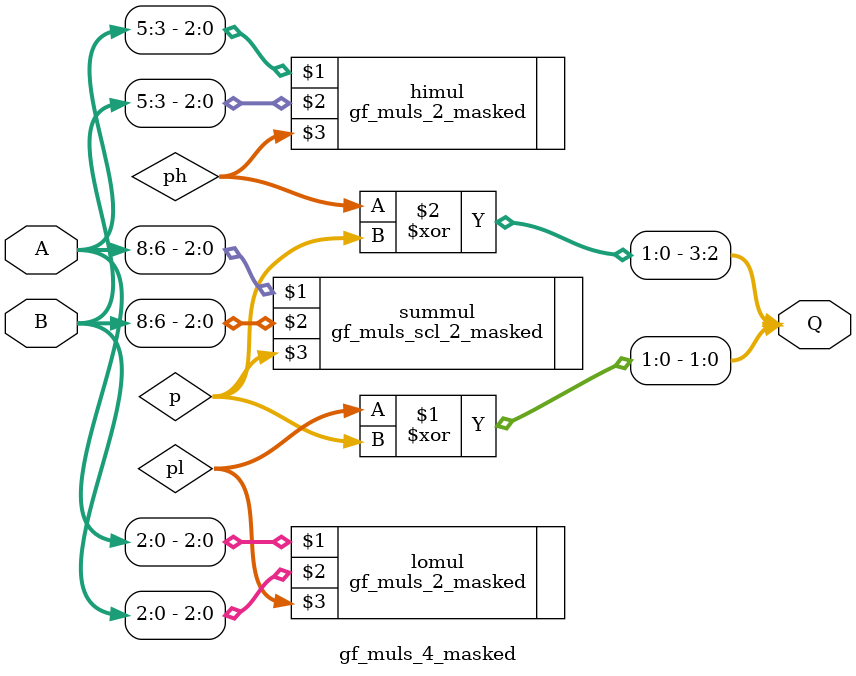
<source format=v>

module gf_muls_4_masked (
        input   wire    [8:0]   A,
        input   wire    [8:0]   B,
        output  wire    [3:0]   Q
    );

    wire   [1:0] ph, pl, p;
    
    gf_muls_scl_2_masked summul(A[8:6], B[8:6], p);
    gf_muls_2_masked himul(A[5:3], B[5:3], ph);
    gf_muls_2_masked lomul(A[2:0], B[2:0], pl);
    assign Q = {(ph ^ p), (pl ^ p)};
    
endmodule // gf_muls_4_masked
</source>
